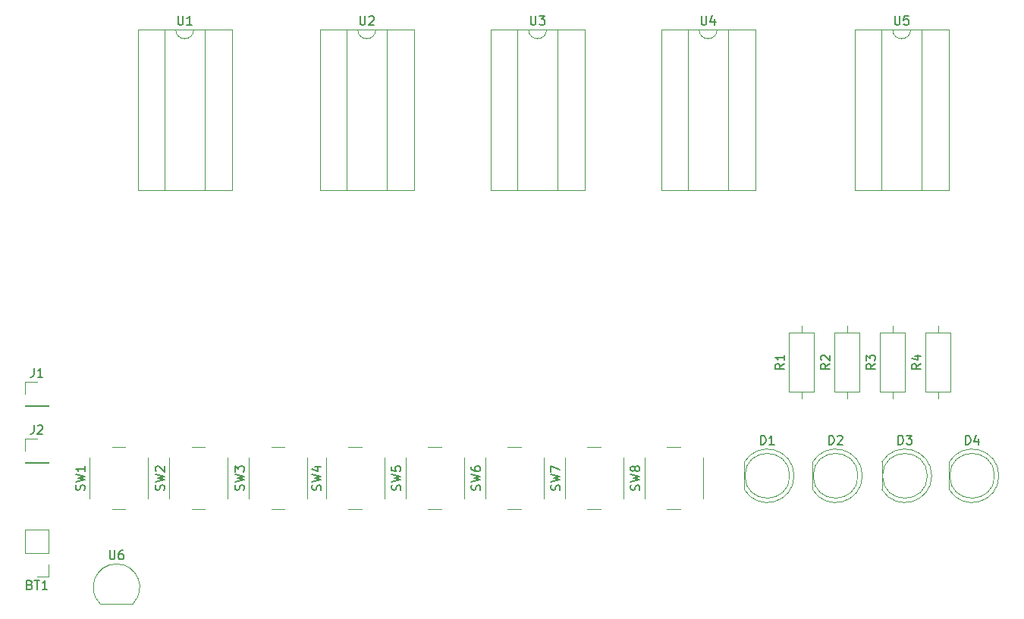
<source format=gbr>
%TF.GenerationSoftware,KiCad,Pcbnew,7.0.9*%
%TF.CreationDate,2023-12-29T15:51:13+11:00*%
%TF.ProjectId,cpu,6370752e-6b69-4636-9164-5f7063625858,rev?*%
%TF.SameCoordinates,Original*%
%TF.FileFunction,Legend,Top*%
%TF.FilePolarity,Positive*%
%FSLAX46Y46*%
G04 Gerber Fmt 4.6, Leading zero omitted, Abs format (unit mm)*
G04 Created by KiCad (PCBNEW 7.0.9) date 2023-12-29 15:51:13*
%MOMM*%
%LPD*%
G01*
G04 APERTURE LIST*
%ADD10C,0.150000*%
%ADD11C,0.120000*%
G04 APERTURE END LIST*
D10*
X164708819Y-127420666D02*
X164232628Y-127753999D01*
X164708819Y-127992094D02*
X163708819Y-127992094D01*
X163708819Y-127992094D02*
X163708819Y-127611142D01*
X163708819Y-127611142D02*
X163756438Y-127515904D01*
X163756438Y-127515904D02*
X163804057Y-127468285D01*
X163804057Y-127468285D02*
X163899295Y-127420666D01*
X163899295Y-127420666D02*
X164042152Y-127420666D01*
X164042152Y-127420666D02*
X164137390Y-127468285D01*
X164137390Y-127468285D02*
X164185009Y-127515904D01*
X164185009Y-127515904D02*
X164232628Y-127611142D01*
X164232628Y-127611142D02*
X164232628Y-127992094D01*
X163708819Y-127087332D02*
X163708819Y-126468285D01*
X163708819Y-126468285D02*
X164089771Y-126801618D01*
X164089771Y-126801618D02*
X164089771Y-126658761D01*
X164089771Y-126658761D02*
X164137390Y-126563523D01*
X164137390Y-126563523D02*
X164185009Y-126515904D01*
X164185009Y-126515904D02*
X164280247Y-126468285D01*
X164280247Y-126468285D02*
X164518342Y-126468285D01*
X164518342Y-126468285D02*
X164613580Y-126515904D01*
X164613580Y-126515904D02*
X164661200Y-126563523D01*
X164661200Y-126563523D02*
X164708819Y-126658761D01*
X164708819Y-126658761D02*
X164708819Y-126944475D01*
X164708819Y-126944475D02*
X164661200Y-127039713D01*
X164661200Y-127039713D02*
X164613580Y-127087332D01*
X138361200Y-141541332D02*
X138408819Y-141398475D01*
X138408819Y-141398475D02*
X138408819Y-141160380D01*
X138408819Y-141160380D02*
X138361200Y-141065142D01*
X138361200Y-141065142D02*
X138313580Y-141017523D01*
X138313580Y-141017523D02*
X138218342Y-140969904D01*
X138218342Y-140969904D02*
X138123104Y-140969904D01*
X138123104Y-140969904D02*
X138027866Y-141017523D01*
X138027866Y-141017523D02*
X137980247Y-141065142D01*
X137980247Y-141065142D02*
X137932628Y-141160380D01*
X137932628Y-141160380D02*
X137885009Y-141350856D01*
X137885009Y-141350856D02*
X137837390Y-141446094D01*
X137837390Y-141446094D02*
X137789771Y-141493713D01*
X137789771Y-141493713D02*
X137694533Y-141541332D01*
X137694533Y-141541332D02*
X137599295Y-141541332D01*
X137599295Y-141541332D02*
X137504057Y-141493713D01*
X137504057Y-141493713D02*
X137456438Y-141446094D01*
X137456438Y-141446094D02*
X137408819Y-141350856D01*
X137408819Y-141350856D02*
X137408819Y-141112761D01*
X137408819Y-141112761D02*
X137456438Y-140969904D01*
X137408819Y-140636570D02*
X138408819Y-140398475D01*
X138408819Y-140398475D02*
X137694533Y-140207999D01*
X137694533Y-140207999D02*
X138408819Y-140017523D01*
X138408819Y-140017523D02*
X137408819Y-139779428D01*
X137837390Y-139255618D02*
X137789771Y-139350856D01*
X137789771Y-139350856D02*
X137742152Y-139398475D01*
X137742152Y-139398475D02*
X137646914Y-139446094D01*
X137646914Y-139446094D02*
X137599295Y-139446094D01*
X137599295Y-139446094D02*
X137504057Y-139398475D01*
X137504057Y-139398475D02*
X137456438Y-139350856D01*
X137456438Y-139350856D02*
X137408819Y-139255618D01*
X137408819Y-139255618D02*
X137408819Y-139065142D01*
X137408819Y-139065142D02*
X137456438Y-138969904D01*
X137456438Y-138969904D02*
X137504057Y-138922285D01*
X137504057Y-138922285D02*
X137599295Y-138874666D01*
X137599295Y-138874666D02*
X137646914Y-138874666D01*
X137646914Y-138874666D02*
X137742152Y-138922285D01*
X137742152Y-138922285D02*
X137789771Y-138969904D01*
X137789771Y-138969904D02*
X137837390Y-139065142D01*
X137837390Y-139065142D02*
X137837390Y-139255618D01*
X137837390Y-139255618D02*
X137885009Y-139350856D01*
X137885009Y-139350856D02*
X137932628Y-139398475D01*
X137932628Y-139398475D02*
X138027866Y-139446094D01*
X138027866Y-139446094D02*
X138218342Y-139446094D01*
X138218342Y-139446094D02*
X138313580Y-139398475D01*
X138313580Y-139398475D02*
X138361200Y-139350856D01*
X138361200Y-139350856D02*
X138408819Y-139255618D01*
X138408819Y-139255618D02*
X138408819Y-139065142D01*
X138408819Y-139065142D02*
X138361200Y-138969904D01*
X138361200Y-138969904D02*
X138313580Y-138922285D01*
X138313580Y-138922285D02*
X138218342Y-138874666D01*
X138218342Y-138874666D02*
X138027866Y-138874666D01*
X138027866Y-138874666D02*
X137932628Y-138922285D01*
X137932628Y-138922285D02*
X137885009Y-138969904D01*
X137885009Y-138969904D02*
X137837390Y-139065142D01*
X129471200Y-141541332D02*
X129518819Y-141398475D01*
X129518819Y-141398475D02*
X129518819Y-141160380D01*
X129518819Y-141160380D02*
X129471200Y-141065142D01*
X129471200Y-141065142D02*
X129423580Y-141017523D01*
X129423580Y-141017523D02*
X129328342Y-140969904D01*
X129328342Y-140969904D02*
X129233104Y-140969904D01*
X129233104Y-140969904D02*
X129137866Y-141017523D01*
X129137866Y-141017523D02*
X129090247Y-141065142D01*
X129090247Y-141065142D02*
X129042628Y-141160380D01*
X129042628Y-141160380D02*
X128995009Y-141350856D01*
X128995009Y-141350856D02*
X128947390Y-141446094D01*
X128947390Y-141446094D02*
X128899771Y-141493713D01*
X128899771Y-141493713D02*
X128804533Y-141541332D01*
X128804533Y-141541332D02*
X128709295Y-141541332D01*
X128709295Y-141541332D02*
X128614057Y-141493713D01*
X128614057Y-141493713D02*
X128566438Y-141446094D01*
X128566438Y-141446094D02*
X128518819Y-141350856D01*
X128518819Y-141350856D02*
X128518819Y-141112761D01*
X128518819Y-141112761D02*
X128566438Y-140969904D01*
X128518819Y-140636570D02*
X129518819Y-140398475D01*
X129518819Y-140398475D02*
X128804533Y-140207999D01*
X128804533Y-140207999D02*
X129518819Y-140017523D01*
X129518819Y-140017523D02*
X128518819Y-139779428D01*
X128518819Y-139493713D02*
X128518819Y-138827047D01*
X128518819Y-138827047D02*
X129518819Y-139255618D01*
X120581200Y-141541332D02*
X120628819Y-141398475D01*
X120628819Y-141398475D02*
X120628819Y-141160380D01*
X120628819Y-141160380D02*
X120581200Y-141065142D01*
X120581200Y-141065142D02*
X120533580Y-141017523D01*
X120533580Y-141017523D02*
X120438342Y-140969904D01*
X120438342Y-140969904D02*
X120343104Y-140969904D01*
X120343104Y-140969904D02*
X120247866Y-141017523D01*
X120247866Y-141017523D02*
X120200247Y-141065142D01*
X120200247Y-141065142D02*
X120152628Y-141160380D01*
X120152628Y-141160380D02*
X120105009Y-141350856D01*
X120105009Y-141350856D02*
X120057390Y-141446094D01*
X120057390Y-141446094D02*
X120009771Y-141493713D01*
X120009771Y-141493713D02*
X119914533Y-141541332D01*
X119914533Y-141541332D02*
X119819295Y-141541332D01*
X119819295Y-141541332D02*
X119724057Y-141493713D01*
X119724057Y-141493713D02*
X119676438Y-141446094D01*
X119676438Y-141446094D02*
X119628819Y-141350856D01*
X119628819Y-141350856D02*
X119628819Y-141112761D01*
X119628819Y-141112761D02*
X119676438Y-140969904D01*
X119628819Y-140636570D02*
X120628819Y-140398475D01*
X120628819Y-140398475D02*
X119914533Y-140207999D01*
X119914533Y-140207999D02*
X120628819Y-140017523D01*
X120628819Y-140017523D02*
X119628819Y-139779428D01*
X119628819Y-138969904D02*
X119628819Y-139160380D01*
X119628819Y-139160380D02*
X119676438Y-139255618D01*
X119676438Y-139255618D02*
X119724057Y-139303237D01*
X119724057Y-139303237D02*
X119866914Y-139398475D01*
X119866914Y-139398475D02*
X120057390Y-139446094D01*
X120057390Y-139446094D02*
X120438342Y-139446094D01*
X120438342Y-139446094D02*
X120533580Y-139398475D01*
X120533580Y-139398475D02*
X120581200Y-139350856D01*
X120581200Y-139350856D02*
X120628819Y-139255618D01*
X120628819Y-139255618D02*
X120628819Y-139065142D01*
X120628819Y-139065142D02*
X120581200Y-138969904D01*
X120581200Y-138969904D02*
X120533580Y-138922285D01*
X120533580Y-138922285D02*
X120438342Y-138874666D01*
X120438342Y-138874666D02*
X120200247Y-138874666D01*
X120200247Y-138874666D02*
X120105009Y-138922285D01*
X120105009Y-138922285D02*
X120057390Y-138969904D01*
X120057390Y-138969904D02*
X120009771Y-139065142D01*
X120009771Y-139065142D02*
X120009771Y-139255618D01*
X120009771Y-139255618D02*
X120057390Y-139350856D01*
X120057390Y-139350856D02*
X120105009Y-139398475D01*
X120105009Y-139398475D02*
X120200247Y-139446094D01*
X111691200Y-141541332D02*
X111738819Y-141398475D01*
X111738819Y-141398475D02*
X111738819Y-141160380D01*
X111738819Y-141160380D02*
X111691200Y-141065142D01*
X111691200Y-141065142D02*
X111643580Y-141017523D01*
X111643580Y-141017523D02*
X111548342Y-140969904D01*
X111548342Y-140969904D02*
X111453104Y-140969904D01*
X111453104Y-140969904D02*
X111357866Y-141017523D01*
X111357866Y-141017523D02*
X111310247Y-141065142D01*
X111310247Y-141065142D02*
X111262628Y-141160380D01*
X111262628Y-141160380D02*
X111215009Y-141350856D01*
X111215009Y-141350856D02*
X111167390Y-141446094D01*
X111167390Y-141446094D02*
X111119771Y-141493713D01*
X111119771Y-141493713D02*
X111024533Y-141541332D01*
X111024533Y-141541332D02*
X110929295Y-141541332D01*
X110929295Y-141541332D02*
X110834057Y-141493713D01*
X110834057Y-141493713D02*
X110786438Y-141446094D01*
X110786438Y-141446094D02*
X110738819Y-141350856D01*
X110738819Y-141350856D02*
X110738819Y-141112761D01*
X110738819Y-141112761D02*
X110786438Y-140969904D01*
X110738819Y-140636570D02*
X111738819Y-140398475D01*
X111738819Y-140398475D02*
X111024533Y-140207999D01*
X111024533Y-140207999D02*
X111738819Y-140017523D01*
X111738819Y-140017523D02*
X110738819Y-139779428D01*
X110738819Y-138922285D02*
X110738819Y-139398475D01*
X110738819Y-139398475D02*
X111215009Y-139446094D01*
X111215009Y-139446094D02*
X111167390Y-139398475D01*
X111167390Y-139398475D02*
X111119771Y-139303237D01*
X111119771Y-139303237D02*
X111119771Y-139065142D01*
X111119771Y-139065142D02*
X111167390Y-138969904D01*
X111167390Y-138969904D02*
X111215009Y-138922285D01*
X111215009Y-138922285D02*
X111310247Y-138874666D01*
X111310247Y-138874666D02*
X111548342Y-138874666D01*
X111548342Y-138874666D02*
X111643580Y-138922285D01*
X111643580Y-138922285D02*
X111691200Y-138969904D01*
X111691200Y-138969904D02*
X111738819Y-139065142D01*
X111738819Y-139065142D02*
X111738819Y-139303237D01*
X111738819Y-139303237D02*
X111691200Y-139398475D01*
X111691200Y-139398475D02*
X111643580Y-139446094D01*
X102801200Y-141541332D02*
X102848819Y-141398475D01*
X102848819Y-141398475D02*
X102848819Y-141160380D01*
X102848819Y-141160380D02*
X102801200Y-141065142D01*
X102801200Y-141065142D02*
X102753580Y-141017523D01*
X102753580Y-141017523D02*
X102658342Y-140969904D01*
X102658342Y-140969904D02*
X102563104Y-140969904D01*
X102563104Y-140969904D02*
X102467866Y-141017523D01*
X102467866Y-141017523D02*
X102420247Y-141065142D01*
X102420247Y-141065142D02*
X102372628Y-141160380D01*
X102372628Y-141160380D02*
X102325009Y-141350856D01*
X102325009Y-141350856D02*
X102277390Y-141446094D01*
X102277390Y-141446094D02*
X102229771Y-141493713D01*
X102229771Y-141493713D02*
X102134533Y-141541332D01*
X102134533Y-141541332D02*
X102039295Y-141541332D01*
X102039295Y-141541332D02*
X101944057Y-141493713D01*
X101944057Y-141493713D02*
X101896438Y-141446094D01*
X101896438Y-141446094D02*
X101848819Y-141350856D01*
X101848819Y-141350856D02*
X101848819Y-141112761D01*
X101848819Y-141112761D02*
X101896438Y-140969904D01*
X101848819Y-140636570D02*
X102848819Y-140398475D01*
X102848819Y-140398475D02*
X102134533Y-140207999D01*
X102134533Y-140207999D02*
X102848819Y-140017523D01*
X102848819Y-140017523D02*
X101848819Y-139779428D01*
X102182152Y-138969904D02*
X102848819Y-138969904D01*
X101801200Y-139207999D02*
X102515485Y-139446094D01*
X102515485Y-139446094D02*
X102515485Y-138827047D01*
X94201200Y-141541332D02*
X94248819Y-141398475D01*
X94248819Y-141398475D02*
X94248819Y-141160380D01*
X94248819Y-141160380D02*
X94201200Y-141065142D01*
X94201200Y-141065142D02*
X94153580Y-141017523D01*
X94153580Y-141017523D02*
X94058342Y-140969904D01*
X94058342Y-140969904D02*
X93963104Y-140969904D01*
X93963104Y-140969904D02*
X93867866Y-141017523D01*
X93867866Y-141017523D02*
X93820247Y-141065142D01*
X93820247Y-141065142D02*
X93772628Y-141160380D01*
X93772628Y-141160380D02*
X93725009Y-141350856D01*
X93725009Y-141350856D02*
X93677390Y-141446094D01*
X93677390Y-141446094D02*
X93629771Y-141493713D01*
X93629771Y-141493713D02*
X93534533Y-141541332D01*
X93534533Y-141541332D02*
X93439295Y-141541332D01*
X93439295Y-141541332D02*
X93344057Y-141493713D01*
X93344057Y-141493713D02*
X93296438Y-141446094D01*
X93296438Y-141446094D02*
X93248819Y-141350856D01*
X93248819Y-141350856D02*
X93248819Y-141112761D01*
X93248819Y-141112761D02*
X93296438Y-140969904D01*
X93248819Y-140636570D02*
X94248819Y-140398475D01*
X94248819Y-140398475D02*
X93534533Y-140207999D01*
X93534533Y-140207999D02*
X94248819Y-140017523D01*
X94248819Y-140017523D02*
X93248819Y-139779428D01*
X93248819Y-139493713D02*
X93248819Y-138874666D01*
X93248819Y-138874666D02*
X93629771Y-139207999D01*
X93629771Y-139207999D02*
X93629771Y-139065142D01*
X93629771Y-139065142D02*
X93677390Y-138969904D01*
X93677390Y-138969904D02*
X93725009Y-138922285D01*
X93725009Y-138922285D02*
X93820247Y-138874666D01*
X93820247Y-138874666D02*
X94058342Y-138874666D01*
X94058342Y-138874666D02*
X94153580Y-138922285D01*
X94153580Y-138922285D02*
X94201200Y-138969904D01*
X94201200Y-138969904D02*
X94248819Y-139065142D01*
X94248819Y-139065142D02*
X94248819Y-139350856D01*
X94248819Y-139350856D02*
X94201200Y-139446094D01*
X94201200Y-139446094D02*
X94153580Y-139493713D01*
X85311200Y-141541332D02*
X85358819Y-141398475D01*
X85358819Y-141398475D02*
X85358819Y-141160380D01*
X85358819Y-141160380D02*
X85311200Y-141065142D01*
X85311200Y-141065142D02*
X85263580Y-141017523D01*
X85263580Y-141017523D02*
X85168342Y-140969904D01*
X85168342Y-140969904D02*
X85073104Y-140969904D01*
X85073104Y-140969904D02*
X84977866Y-141017523D01*
X84977866Y-141017523D02*
X84930247Y-141065142D01*
X84930247Y-141065142D02*
X84882628Y-141160380D01*
X84882628Y-141160380D02*
X84835009Y-141350856D01*
X84835009Y-141350856D02*
X84787390Y-141446094D01*
X84787390Y-141446094D02*
X84739771Y-141493713D01*
X84739771Y-141493713D02*
X84644533Y-141541332D01*
X84644533Y-141541332D02*
X84549295Y-141541332D01*
X84549295Y-141541332D02*
X84454057Y-141493713D01*
X84454057Y-141493713D02*
X84406438Y-141446094D01*
X84406438Y-141446094D02*
X84358819Y-141350856D01*
X84358819Y-141350856D02*
X84358819Y-141112761D01*
X84358819Y-141112761D02*
X84406438Y-140969904D01*
X84358819Y-140636570D02*
X85358819Y-140398475D01*
X85358819Y-140398475D02*
X84644533Y-140207999D01*
X84644533Y-140207999D02*
X85358819Y-140017523D01*
X85358819Y-140017523D02*
X84358819Y-139779428D01*
X84454057Y-139446094D02*
X84406438Y-139398475D01*
X84406438Y-139398475D02*
X84358819Y-139303237D01*
X84358819Y-139303237D02*
X84358819Y-139065142D01*
X84358819Y-139065142D02*
X84406438Y-138969904D01*
X84406438Y-138969904D02*
X84454057Y-138922285D01*
X84454057Y-138922285D02*
X84549295Y-138874666D01*
X84549295Y-138874666D02*
X84644533Y-138874666D01*
X84644533Y-138874666D02*
X84787390Y-138922285D01*
X84787390Y-138922285D02*
X85358819Y-139493713D01*
X85358819Y-139493713D02*
X85358819Y-138874666D01*
X76421200Y-141541332D02*
X76468819Y-141398475D01*
X76468819Y-141398475D02*
X76468819Y-141160380D01*
X76468819Y-141160380D02*
X76421200Y-141065142D01*
X76421200Y-141065142D02*
X76373580Y-141017523D01*
X76373580Y-141017523D02*
X76278342Y-140969904D01*
X76278342Y-140969904D02*
X76183104Y-140969904D01*
X76183104Y-140969904D02*
X76087866Y-141017523D01*
X76087866Y-141017523D02*
X76040247Y-141065142D01*
X76040247Y-141065142D02*
X75992628Y-141160380D01*
X75992628Y-141160380D02*
X75945009Y-141350856D01*
X75945009Y-141350856D02*
X75897390Y-141446094D01*
X75897390Y-141446094D02*
X75849771Y-141493713D01*
X75849771Y-141493713D02*
X75754533Y-141541332D01*
X75754533Y-141541332D02*
X75659295Y-141541332D01*
X75659295Y-141541332D02*
X75564057Y-141493713D01*
X75564057Y-141493713D02*
X75516438Y-141446094D01*
X75516438Y-141446094D02*
X75468819Y-141350856D01*
X75468819Y-141350856D02*
X75468819Y-141112761D01*
X75468819Y-141112761D02*
X75516438Y-140969904D01*
X75468819Y-140636570D02*
X76468819Y-140398475D01*
X76468819Y-140398475D02*
X75754533Y-140207999D01*
X75754533Y-140207999D02*
X76468819Y-140017523D01*
X76468819Y-140017523D02*
X75468819Y-139779428D01*
X76468819Y-138874666D02*
X76468819Y-139446094D01*
X76468819Y-139160380D02*
X75468819Y-139160380D01*
X75468819Y-139160380D02*
X75611676Y-139255618D01*
X75611676Y-139255618D02*
X75706914Y-139350856D01*
X75706914Y-139350856D02*
X75754533Y-139446094D01*
X159535905Y-136448819D02*
X159535905Y-135448819D01*
X159535905Y-135448819D02*
X159774000Y-135448819D01*
X159774000Y-135448819D02*
X159916857Y-135496438D01*
X159916857Y-135496438D02*
X160012095Y-135591676D01*
X160012095Y-135591676D02*
X160059714Y-135686914D01*
X160059714Y-135686914D02*
X160107333Y-135877390D01*
X160107333Y-135877390D02*
X160107333Y-136020247D01*
X160107333Y-136020247D02*
X160059714Y-136210723D01*
X160059714Y-136210723D02*
X160012095Y-136305961D01*
X160012095Y-136305961D02*
X159916857Y-136401200D01*
X159916857Y-136401200D02*
X159774000Y-136448819D01*
X159774000Y-136448819D02*
X159535905Y-136448819D01*
X160488286Y-135544057D02*
X160535905Y-135496438D01*
X160535905Y-135496438D02*
X160631143Y-135448819D01*
X160631143Y-135448819D02*
X160869238Y-135448819D01*
X160869238Y-135448819D02*
X160964476Y-135496438D01*
X160964476Y-135496438D02*
X161012095Y-135544057D01*
X161012095Y-135544057D02*
X161059714Y-135639295D01*
X161059714Y-135639295D02*
X161059714Y-135734533D01*
X161059714Y-135734533D02*
X161012095Y-135877390D01*
X161012095Y-135877390D02*
X160440667Y-136448819D01*
X160440667Y-136448819D02*
X161059714Y-136448819D01*
X145288095Y-88564819D02*
X145288095Y-89374342D01*
X145288095Y-89374342D02*
X145335714Y-89469580D01*
X145335714Y-89469580D02*
X145383333Y-89517200D01*
X145383333Y-89517200D02*
X145478571Y-89564819D01*
X145478571Y-89564819D02*
X145669047Y-89564819D01*
X145669047Y-89564819D02*
X145764285Y-89517200D01*
X145764285Y-89517200D02*
X145811904Y-89469580D01*
X145811904Y-89469580D02*
X145859523Y-89374342D01*
X145859523Y-89374342D02*
X145859523Y-88564819D01*
X146764285Y-88898152D02*
X146764285Y-89564819D01*
X146526190Y-88517200D02*
X146288095Y-89231485D01*
X146288095Y-89231485D02*
X146907142Y-89231485D01*
X70786666Y-134284819D02*
X70786666Y-134999104D01*
X70786666Y-134999104D02*
X70739047Y-135141961D01*
X70739047Y-135141961D02*
X70643809Y-135237200D01*
X70643809Y-135237200D02*
X70500952Y-135284819D01*
X70500952Y-135284819D02*
X70405714Y-135284819D01*
X71215238Y-134380057D02*
X71262857Y-134332438D01*
X71262857Y-134332438D02*
X71358095Y-134284819D01*
X71358095Y-134284819D02*
X71596190Y-134284819D01*
X71596190Y-134284819D02*
X71691428Y-134332438D01*
X71691428Y-134332438D02*
X71739047Y-134380057D01*
X71739047Y-134380057D02*
X71786666Y-134475295D01*
X71786666Y-134475295D02*
X71786666Y-134570533D01*
X71786666Y-134570533D02*
X71739047Y-134713390D01*
X71739047Y-134713390D02*
X71167619Y-135284819D01*
X71167619Y-135284819D02*
X71786666Y-135284819D01*
X166888095Y-88559819D02*
X166888095Y-89369342D01*
X166888095Y-89369342D02*
X166935714Y-89464580D01*
X166935714Y-89464580D02*
X166983333Y-89512200D01*
X166983333Y-89512200D02*
X167078571Y-89559819D01*
X167078571Y-89559819D02*
X167269047Y-89559819D01*
X167269047Y-89559819D02*
X167364285Y-89512200D01*
X167364285Y-89512200D02*
X167411904Y-89464580D01*
X167411904Y-89464580D02*
X167459523Y-89369342D01*
X167459523Y-89369342D02*
X167459523Y-88559819D01*
X168411904Y-88559819D02*
X167935714Y-88559819D01*
X167935714Y-88559819D02*
X167888095Y-89036009D01*
X167888095Y-89036009D02*
X167935714Y-88988390D01*
X167935714Y-88988390D02*
X168030952Y-88940771D01*
X168030952Y-88940771D02*
X168269047Y-88940771D01*
X168269047Y-88940771D02*
X168364285Y-88988390D01*
X168364285Y-88988390D02*
X168411904Y-89036009D01*
X168411904Y-89036009D02*
X168459523Y-89131247D01*
X168459523Y-89131247D02*
X168459523Y-89369342D01*
X168459523Y-89369342D02*
X168411904Y-89464580D01*
X168411904Y-89464580D02*
X168364285Y-89512200D01*
X168364285Y-89512200D02*
X168269047Y-89559819D01*
X168269047Y-89559819D02*
X168030952Y-89559819D01*
X168030952Y-89559819D02*
X167935714Y-89512200D01*
X167935714Y-89512200D02*
X167888095Y-89464580D01*
X151915905Y-136448819D02*
X151915905Y-135448819D01*
X151915905Y-135448819D02*
X152154000Y-135448819D01*
X152154000Y-135448819D02*
X152296857Y-135496438D01*
X152296857Y-135496438D02*
X152392095Y-135591676D01*
X152392095Y-135591676D02*
X152439714Y-135686914D01*
X152439714Y-135686914D02*
X152487333Y-135877390D01*
X152487333Y-135877390D02*
X152487333Y-136020247D01*
X152487333Y-136020247D02*
X152439714Y-136210723D01*
X152439714Y-136210723D02*
X152392095Y-136305961D01*
X152392095Y-136305961D02*
X152296857Y-136401200D01*
X152296857Y-136401200D02*
X152154000Y-136448819D01*
X152154000Y-136448819D02*
X151915905Y-136448819D01*
X153439714Y-136448819D02*
X152868286Y-136448819D01*
X153154000Y-136448819D02*
X153154000Y-135448819D01*
X153154000Y-135448819D02*
X153058762Y-135591676D01*
X153058762Y-135591676D02*
X152963524Y-135686914D01*
X152963524Y-135686914D02*
X152868286Y-135734533D01*
X70334285Y-152121009D02*
X70477142Y-152168628D01*
X70477142Y-152168628D02*
X70524761Y-152216247D01*
X70524761Y-152216247D02*
X70572380Y-152311485D01*
X70572380Y-152311485D02*
X70572380Y-152454342D01*
X70572380Y-152454342D02*
X70524761Y-152549580D01*
X70524761Y-152549580D02*
X70477142Y-152597200D01*
X70477142Y-152597200D02*
X70381904Y-152644819D01*
X70381904Y-152644819D02*
X70000952Y-152644819D01*
X70000952Y-152644819D02*
X70000952Y-151644819D01*
X70000952Y-151644819D02*
X70334285Y-151644819D01*
X70334285Y-151644819D02*
X70429523Y-151692438D01*
X70429523Y-151692438D02*
X70477142Y-151740057D01*
X70477142Y-151740057D02*
X70524761Y-151835295D01*
X70524761Y-151835295D02*
X70524761Y-151930533D01*
X70524761Y-151930533D02*
X70477142Y-152025771D01*
X70477142Y-152025771D02*
X70429523Y-152073390D01*
X70429523Y-152073390D02*
X70334285Y-152121009D01*
X70334285Y-152121009D02*
X70000952Y-152121009D01*
X70858095Y-151644819D02*
X71429523Y-151644819D01*
X71143809Y-152644819D02*
X71143809Y-151644819D01*
X72286666Y-152644819D02*
X71715238Y-152644819D01*
X72000952Y-152644819D02*
X72000952Y-151644819D01*
X72000952Y-151644819D02*
X71905714Y-151787676D01*
X71905714Y-151787676D02*
X71810476Y-151882914D01*
X71810476Y-151882914D02*
X71715238Y-151930533D01*
X154548819Y-127420666D02*
X154072628Y-127753999D01*
X154548819Y-127992094D02*
X153548819Y-127992094D01*
X153548819Y-127992094D02*
X153548819Y-127611142D01*
X153548819Y-127611142D02*
X153596438Y-127515904D01*
X153596438Y-127515904D02*
X153644057Y-127468285D01*
X153644057Y-127468285D02*
X153739295Y-127420666D01*
X153739295Y-127420666D02*
X153882152Y-127420666D01*
X153882152Y-127420666D02*
X153977390Y-127468285D01*
X153977390Y-127468285D02*
X154025009Y-127515904D01*
X154025009Y-127515904D02*
X154072628Y-127611142D01*
X154072628Y-127611142D02*
X154072628Y-127992094D01*
X154548819Y-126468285D02*
X154548819Y-127039713D01*
X154548819Y-126753999D02*
X153548819Y-126753999D01*
X153548819Y-126753999D02*
X153691676Y-126849237D01*
X153691676Y-126849237D02*
X153786914Y-126944475D01*
X153786914Y-126944475D02*
X153834533Y-127039713D01*
X79248095Y-148294819D02*
X79248095Y-149104342D01*
X79248095Y-149104342D02*
X79295714Y-149199580D01*
X79295714Y-149199580D02*
X79343333Y-149247200D01*
X79343333Y-149247200D02*
X79438571Y-149294819D01*
X79438571Y-149294819D02*
X79629047Y-149294819D01*
X79629047Y-149294819D02*
X79724285Y-149247200D01*
X79724285Y-149247200D02*
X79771904Y-149199580D01*
X79771904Y-149199580D02*
X79819523Y-149104342D01*
X79819523Y-149104342D02*
X79819523Y-148294819D01*
X80724285Y-148294819D02*
X80533809Y-148294819D01*
X80533809Y-148294819D02*
X80438571Y-148342438D01*
X80438571Y-148342438D02*
X80390952Y-148390057D01*
X80390952Y-148390057D02*
X80295714Y-148532914D01*
X80295714Y-148532914D02*
X80248095Y-148723390D01*
X80248095Y-148723390D02*
X80248095Y-149104342D01*
X80248095Y-149104342D02*
X80295714Y-149199580D01*
X80295714Y-149199580D02*
X80343333Y-149247200D01*
X80343333Y-149247200D02*
X80438571Y-149294819D01*
X80438571Y-149294819D02*
X80629047Y-149294819D01*
X80629047Y-149294819D02*
X80724285Y-149247200D01*
X80724285Y-149247200D02*
X80771904Y-149199580D01*
X80771904Y-149199580D02*
X80819523Y-149104342D01*
X80819523Y-149104342D02*
X80819523Y-148866247D01*
X80819523Y-148866247D02*
X80771904Y-148771009D01*
X80771904Y-148771009D02*
X80724285Y-148723390D01*
X80724285Y-148723390D02*
X80629047Y-148675771D01*
X80629047Y-148675771D02*
X80438571Y-148675771D01*
X80438571Y-148675771D02*
X80343333Y-148723390D01*
X80343333Y-148723390D02*
X80295714Y-148771009D01*
X80295714Y-148771009D02*
X80248095Y-148866247D01*
X70786666Y-127934819D02*
X70786666Y-128649104D01*
X70786666Y-128649104D02*
X70739047Y-128791961D01*
X70739047Y-128791961D02*
X70643809Y-128887200D01*
X70643809Y-128887200D02*
X70500952Y-128934819D01*
X70500952Y-128934819D02*
X70405714Y-128934819D01*
X71786666Y-128934819D02*
X71215238Y-128934819D01*
X71500952Y-128934819D02*
X71500952Y-127934819D01*
X71500952Y-127934819D02*
X71405714Y-128077676D01*
X71405714Y-128077676D02*
X71310476Y-128172914D01*
X71310476Y-128172914D02*
X71215238Y-128220533D01*
X86868095Y-88564819D02*
X86868095Y-89374342D01*
X86868095Y-89374342D02*
X86915714Y-89469580D01*
X86915714Y-89469580D02*
X86963333Y-89517200D01*
X86963333Y-89517200D02*
X87058571Y-89564819D01*
X87058571Y-89564819D02*
X87249047Y-89564819D01*
X87249047Y-89564819D02*
X87344285Y-89517200D01*
X87344285Y-89517200D02*
X87391904Y-89469580D01*
X87391904Y-89469580D02*
X87439523Y-89374342D01*
X87439523Y-89374342D02*
X87439523Y-88564819D01*
X88439523Y-89564819D02*
X87868095Y-89564819D01*
X88153809Y-89564819D02*
X88153809Y-88564819D01*
X88153809Y-88564819D02*
X88058571Y-88707676D01*
X88058571Y-88707676D02*
X87963333Y-88802914D01*
X87963333Y-88802914D02*
X87868095Y-88850533D01*
X174775905Y-136448819D02*
X174775905Y-135448819D01*
X174775905Y-135448819D02*
X175014000Y-135448819D01*
X175014000Y-135448819D02*
X175156857Y-135496438D01*
X175156857Y-135496438D02*
X175252095Y-135591676D01*
X175252095Y-135591676D02*
X175299714Y-135686914D01*
X175299714Y-135686914D02*
X175347333Y-135877390D01*
X175347333Y-135877390D02*
X175347333Y-136020247D01*
X175347333Y-136020247D02*
X175299714Y-136210723D01*
X175299714Y-136210723D02*
X175252095Y-136305961D01*
X175252095Y-136305961D02*
X175156857Y-136401200D01*
X175156857Y-136401200D02*
X175014000Y-136448819D01*
X175014000Y-136448819D02*
X174775905Y-136448819D01*
X176204476Y-135782152D02*
X176204476Y-136448819D01*
X175966381Y-135401200D02*
X175728286Y-136115485D01*
X175728286Y-136115485D02*
X176347333Y-136115485D01*
X107188095Y-88564819D02*
X107188095Y-89374342D01*
X107188095Y-89374342D02*
X107235714Y-89469580D01*
X107235714Y-89469580D02*
X107283333Y-89517200D01*
X107283333Y-89517200D02*
X107378571Y-89564819D01*
X107378571Y-89564819D02*
X107569047Y-89564819D01*
X107569047Y-89564819D02*
X107664285Y-89517200D01*
X107664285Y-89517200D02*
X107711904Y-89469580D01*
X107711904Y-89469580D02*
X107759523Y-89374342D01*
X107759523Y-89374342D02*
X107759523Y-88564819D01*
X108188095Y-88660057D02*
X108235714Y-88612438D01*
X108235714Y-88612438D02*
X108330952Y-88564819D01*
X108330952Y-88564819D02*
X108569047Y-88564819D01*
X108569047Y-88564819D02*
X108664285Y-88612438D01*
X108664285Y-88612438D02*
X108711904Y-88660057D01*
X108711904Y-88660057D02*
X108759523Y-88755295D01*
X108759523Y-88755295D02*
X108759523Y-88850533D01*
X108759523Y-88850533D02*
X108711904Y-88993390D01*
X108711904Y-88993390D02*
X108140476Y-89564819D01*
X108140476Y-89564819D02*
X108759523Y-89564819D01*
X126248095Y-88559819D02*
X126248095Y-89369342D01*
X126248095Y-89369342D02*
X126295714Y-89464580D01*
X126295714Y-89464580D02*
X126343333Y-89512200D01*
X126343333Y-89512200D02*
X126438571Y-89559819D01*
X126438571Y-89559819D02*
X126629047Y-89559819D01*
X126629047Y-89559819D02*
X126724285Y-89512200D01*
X126724285Y-89512200D02*
X126771904Y-89464580D01*
X126771904Y-89464580D02*
X126819523Y-89369342D01*
X126819523Y-89369342D02*
X126819523Y-88559819D01*
X127200476Y-88559819D02*
X127819523Y-88559819D01*
X127819523Y-88559819D02*
X127486190Y-88940771D01*
X127486190Y-88940771D02*
X127629047Y-88940771D01*
X127629047Y-88940771D02*
X127724285Y-88988390D01*
X127724285Y-88988390D02*
X127771904Y-89036009D01*
X127771904Y-89036009D02*
X127819523Y-89131247D01*
X127819523Y-89131247D02*
X127819523Y-89369342D01*
X127819523Y-89369342D02*
X127771904Y-89464580D01*
X127771904Y-89464580D02*
X127724285Y-89512200D01*
X127724285Y-89512200D02*
X127629047Y-89559819D01*
X127629047Y-89559819D02*
X127343333Y-89559819D01*
X127343333Y-89559819D02*
X127248095Y-89512200D01*
X127248095Y-89512200D02*
X127200476Y-89464580D01*
X169788819Y-127420666D02*
X169312628Y-127753999D01*
X169788819Y-127992094D02*
X168788819Y-127992094D01*
X168788819Y-127992094D02*
X168788819Y-127611142D01*
X168788819Y-127611142D02*
X168836438Y-127515904D01*
X168836438Y-127515904D02*
X168884057Y-127468285D01*
X168884057Y-127468285D02*
X168979295Y-127420666D01*
X168979295Y-127420666D02*
X169122152Y-127420666D01*
X169122152Y-127420666D02*
X169217390Y-127468285D01*
X169217390Y-127468285D02*
X169265009Y-127515904D01*
X169265009Y-127515904D02*
X169312628Y-127611142D01*
X169312628Y-127611142D02*
X169312628Y-127992094D01*
X169122152Y-126563523D02*
X169788819Y-126563523D01*
X168741200Y-126801618D02*
X169455485Y-127039713D01*
X169455485Y-127039713D02*
X169455485Y-126420666D01*
X167275905Y-136448819D02*
X167275905Y-135448819D01*
X167275905Y-135448819D02*
X167514000Y-135448819D01*
X167514000Y-135448819D02*
X167656857Y-135496438D01*
X167656857Y-135496438D02*
X167752095Y-135591676D01*
X167752095Y-135591676D02*
X167799714Y-135686914D01*
X167799714Y-135686914D02*
X167847333Y-135877390D01*
X167847333Y-135877390D02*
X167847333Y-136020247D01*
X167847333Y-136020247D02*
X167799714Y-136210723D01*
X167799714Y-136210723D02*
X167752095Y-136305961D01*
X167752095Y-136305961D02*
X167656857Y-136401200D01*
X167656857Y-136401200D02*
X167514000Y-136448819D01*
X167514000Y-136448819D02*
X167275905Y-136448819D01*
X168180667Y-135448819D02*
X168799714Y-135448819D01*
X168799714Y-135448819D02*
X168466381Y-135829771D01*
X168466381Y-135829771D02*
X168609238Y-135829771D01*
X168609238Y-135829771D02*
X168704476Y-135877390D01*
X168704476Y-135877390D02*
X168752095Y-135925009D01*
X168752095Y-135925009D02*
X168799714Y-136020247D01*
X168799714Y-136020247D02*
X168799714Y-136258342D01*
X168799714Y-136258342D02*
X168752095Y-136353580D01*
X168752095Y-136353580D02*
X168704476Y-136401200D01*
X168704476Y-136401200D02*
X168609238Y-136448819D01*
X168609238Y-136448819D02*
X168323524Y-136448819D01*
X168323524Y-136448819D02*
X168228286Y-136401200D01*
X168228286Y-136401200D02*
X168180667Y-136353580D01*
X159628819Y-127420666D02*
X159152628Y-127753999D01*
X159628819Y-127992094D02*
X158628819Y-127992094D01*
X158628819Y-127992094D02*
X158628819Y-127611142D01*
X158628819Y-127611142D02*
X158676438Y-127515904D01*
X158676438Y-127515904D02*
X158724057Y-127468285D01*
X158724057Y-127468285D02*
X158819295Y-127420666D01*
X158819295Y-127420666D02*
X158962152Y-127420666D01*
X158962152Y-127420666D02*
X159057390Y-127468285D01*
X159057390Y-127468285D02*
X159105009Y-127515904D01*
X159105009Y-127515904D02*
X159152628Y-127611142D01*
X159152628Y-127611142D02*
X159152628Y-127992094D01*
X158724057Y-127039713D02*
X158676438Y-126992094D01*
X158676438Y-126992094D02*
X158628819Y-126896856D01*
X158628819Y-126896856D02*
X158628819Y-126658761D01*
X158628819Y-126658761D02*
X158676438Y-126563523D01*
X158676438Y-126563523D02*
X158724057Y-126515904D01*
X158724057Y-126515904D02*
X158819295Y-126468285D01*
X158819295Y-126468285D02*
X158914533Y-126468285D01*
X158914533Y-126468285D02*
X159057390Y-126515904D01*
X159057390Y-126515904D02*
X159628819Y-127087332D01*
X159628819Y-127087332D02*
X159628819Y-126468285D01*
D11*
%TO.C,R3*%
X166624000Y-131294000D02*
X166624000Y-130524000D01*
X165254000Y-130524000D02*
X167994000Y-130524000D01*
X167994000Y-130524000D02*
X167994000Y-123984000D01*
X165254000Y-123984000D02*
X165254000Y-130524000D01*
X167994000Y-123984000D02*
X165254000Y-123984000D01*
X166624000Y-123214000D02*
X166624000Y-123984000D01*
%TO.C,SW8*%
X145454000Y-142458000D02*
X145454000Y-137958000D01*
X141454000Y-143708000D02*
X142954000Y-143708000D01*
X138954000Y-137958000D02*
X138954000Y-142458000D01*
X142954000Y-136708000D02*
X141454000Y-136708000D01*
%TO.C,SW7*%
X136564000Y-142458000D02*
X136564000Y-137958000D01*
X132564000Y-143708000D02*
X134064000Y-143708000D01*
X130064000Y-137958000D02*
X130064000Y-142458000D01*
X134064000Y-136708000D02*
X132564000Y-136708000D01*
%TO.C,SW6*%
X125174000Y-136708000D02*
X123674000Y-136708000D01*
X121174000Y-137958000D02*
X121174000Y-142458000D01*
X123674000Y-143708000D02*
X125174000Y-143708000D01*
X127674000Y-142458000D02*
X127674000Y-137958000D01*
%TO.C,SW5*%
X118784000Y-142458000D02*
X118784000Y-137958000D01*
X114784000Y-143708000D02*
X116284000Y-143708000D01*
X112284000Y-137958000D02*
X112284000Y-142458000D01*
X116284000Y-136708000D02*
X114784000Y-136708000D01*
%TO.C,SW4*%
X107394000Y-136708000D02*
X105894000Y-136708000D01*
X103394000Y-137958000D02*
X103394000Y-142458000D01*
X105894000Y-143708000D02*
X107394000Y-143708000D01*
X109894000Y-142458000D02*
X109894000Y-137958000D01*
%TO.C,SW3*%
X98794000Y-136708000D02*
X97294000Y-136708000D01*
X94794000Y-137958000D02*
X94794000Y-142458000D01*
X97294000Y-143708000D02*
X98794000Y-143708000D01*
X101294000Y-142458000D02*
X101294000Y-137958000D01*
%TO.C,SW2*%
X89904000Y-136708000D02*
X88404000Y-136708000D01*
X85904000Y-137958000D02*
X85904000Y-142458000D01*
X88404000Y-143708000D02*
X89904000Y-143708000D01*
X92404000Y-142458000D02*
X92404000Y-137958000D01*
%TO.C,SW1*%
X81014000Y-136708000D02*
X79514000Y-136708000D01*
X77014000Y-137958000D02*
X77014000Y-142458000D01*
X79514000Y-143708000D02*
X81014000Y-143708000D01*
X83514000Y-142458000D02*
X83514000Y-137958000D01*
%TO.C,D2*%
X157714000Y-138409000D02*
X157714000Y-141499000D01*
X163263999Y-139954462D02*
G75*
G03*
X157714001Y-138409170I-2989999J462D01*
G01*
X157714000Y-141498830D02*
G75*
G03*
X163264000Y-139953538I2560000J1544830D01*
G01*
X162774000Y-139954000D02*
G75*
G03*
X162774000Y-139954000I-2500000J0D01*
G01*
%TO.C,U4*%
X140800000Y-90050000D02*
X140800000Y-108070000D01*
X140800000Y-108070000D02*
X151300000Y-108070000D01*
X143800000Y-90110000D02*
X143800000Y-108010000D01*
X143800000Y-108010000D02*
X148300000Y-108010000D01*
X145050000Y-90110000D02*
X143800000Y-90110000D01*
X148300000Y-90110000D02*
X147050000Y-90110000D01*
X148300000Y-108010000D02*
X148300000Y-90110000D01*
X151300000Y-90050000D02*
X140800000Y-90050000D01*
X151300000Y-108070000D02*
X151300000Y-90050000D01*
X145050000Y-90110000D02*
G75*
G03*
X147050000Y-90110000I1000000J0D01*
G01*
%TO.C,J2*%
X72450000Y-138430000D02*
X72450000Y-138490000D01*
X69790000Y-138490000D02*
X72450000Y-138490000D01*
X69790000Y-138430000D02*
X72450000Y-138430000D01*
X69790000Y-138430000D02*
X69790000Y-138490000D01*
X69790000Y-137160000D02*
X69790000Y-135830000D01*
X69790000Y-135830000D02*
X71120000Y-135830000D01*
%TO.C,U5*%
X162400000Y-90045000D02*
X162400000Y-108065000D01*
X162400000Y-108065000D02*
X172900000Y-108065000D01*
X165400000Y-90105000D02*
X165400000Y-108005000D01*
X165400000Y-108005000D02*
X169900000Y-108005000D01*
X166650000Y-90105000D02*
X165400000Y-90105000D01*
X169900000Y-90105000D02*
X168650000Y-90105000D01*
X169900000Y-108005000D02*
X169900000Y-90105000D01*
X172900000Y-90045000D02*
X162400000Y-90045000D01*
X172900000Y-108065000D02*
X172900000Y-90045000D01*
X166650000Y-90105000D02*
G75*
G03*
X168650000Y-90105000I1000000J0D01*
G01*
%TO.C,D1*%
X150094000Y-138409000D02*
X150094000Y-141499000D01*
X155643999Y-139954462D02*
G75*
G03*
X150094001Y-138409170I-2989999J462D01*
G01*
X150094000Y-141498830D02*
G75*
G03*
X155644000Y-139953538I2560000J1544830D01*
G01*
X155154000Y-139954000D02*
G75*
G03*
X155154000Y-139954000I-2500000J0D01*
G01*
%TO.C,BT1*%
X72450000Y-151190000D02*
X71120000Y-151190000D01*
X72450000Y-149860000D02*
X72450000Y-151190000D01*
X72450000Y-148590000D02*
X72450000Y-145990000D01*
X72450000Y-148590000D02*
X69790000Y-148590000D01*
X72450000Y-145990000D02*
X69790000Y-145990000D01*
X69790000Y-148590000D02*
X69790000Y-145990000D01*
%TO.C,R1*%
X156464000Y-131294000D02*
X156464000Y-130524000D01*
X155094000Y-130524000D02*
X157834000Y-130524000D01*
X157834000Y-130524000D02*
X157834000Y-123984000D01*
X155094000Y-123984000D02*
X155094000Y-130524000D01*
X157834000Y-123984000D02*
X155094000Y-123984000D01*
X156464000Y-123214000D02*
X156464000Y-123984000D01*
%TO.C,U6*%
X78210000Y-154250000D02*
X81810000Y-154250000D01*
X80010000Y-149800000D02*
G75*
G03*
X78171522Y-154238478I0J-2600000D01*
G01*
X81848478Y-154238478D02*
G75*
G03*
X80010000Y-149800000I-1838478J1838478D01*
G01*
%TO.C,J1*%
X69790000Y-129480000D02*
X71120000Y-129480000D01*
X69790000Y-130810000D02*
X69790000Y-129480000D01*
X69790000Y-132080000D02*
X69790000Y-132140000D01*
X69790000Y-132080000D02*
X72450000Y-132080000D01*
X69790000Y-132140000D02*
X72450000Y-132140000D01*
X72450000Y-132080000D02*
X72450000Y-132140000D01*
%TO.C,U1*%
X82380000Y-90050000D02*
X82380000Y-108070000D01*
X82380000Y-108070000D02*
X92880000Y-108070000D01*
X85380000Y-90110000D02*
X85380000Y-108010000D01*
X85380000Y-108010000D02*
X89880000Y-108010000D01*
X86630000Y-90110000D02*
X85380000Y-90110000D01*
X89880000Y-90110000D02*
X88630000Y-90110000D01*
X89880000Y-108010000D02*
X89880000Y-90110000D01*
X92880000Y-90050000D02*
X82380000Y-90050000D01*
X92880000Y-108070000D02*
X92880000Y-90050000D01*
X86630000Y-90110000D02*
G75*
G03*
X88630000Y-90110000I1000000J0D01*
G01*
%TO.C,D4*%
X172954000Y-138409000D02*
X172954000Y-141499000D01*
X178503999Y-139954462D02*
G75*
G03*
X172954001Y-138409170I-2989999J462D01*
G01*
X172954000Y-141498830D02*
G75*
G03*
X178504000Y-139953538I2560000J1544830D01*
G01*
X178014000Y-139954000D02*
G75*
G03*
X178014000Y-139954000I-2500000J0D01*
G01*
%TO.C,U2*%
X102700000Y-90050000D02*
X102700000Y-108070000D01*
X102700000Y-108070000D02*
X113200000Y-108070000D01*
X105700000Y-90110000D02*
X105700000Y-108010000D01*
X105700000Y-108010000D02*
X110200000Y-108010000D01*
X106950000Y-90110000D02*
X105700000Y-90110000D01*
X110200000Y-90110000D02*
X108950000Y-90110000D01*
X110200000Y-108010000D02*
X110200000Y-90110000D01*
X113200000Y-90050000D02*
X102700000Y-90050000D01*
X113200000Y-108070000D02*
X113200000Y-90050000D01*
X106950000Y-90110000D02*
G75*
G03*
X108950000Y-90110000I1000000J0D01*
G01*
%TO.C,U3*%
X121760000Y-90045000D02*
X121760000Y-108065000D01*
X121760000Y-108065000D02*
X132260000Y-108065000D01*
X124760000Y-90105000D02*
X124760000Y-108005000D01*
X124760000Y-108005000D02*
X129260000Y-108005000D01*
X126010000Y-90105000D02*
X124760000Y-90105000D01*
X129260000Y-90105000D02*
X128010000Y-90105000D01*
X129260000Y-108005000D02*
X129260000Y-90105000D01*
X132260000Y-90045000D02*
X121760000Y-90045000D01*
X132260000Y-108065000D02*
X132260000Y-90045000D01*
X126010000Y-90105000D02*
G75*
G03*
X128010000Y-90105000I1000000J0D01*
G01*
%TO.C,R4*%
X171704000Y-131294000D02*
X171704000Y-130524000D01*
X170334000Y-130524000D02*
X173074000Y-130524000D01*
X173074000Y-130524000D02*
X173074000Y-123984000D01*
X170334000Y-123984000D02*
X170334000Y-130524000D01*
X173074000Y-123984000D02*
X170334000Y-123984000D01*
X171704000Y-123214000D02*
X171704000Y-123984000D01*
%TO.C,D3*%
X165454000Y-138409000D02*
X165454000Y-141499000D01*
X171003999Y-139954462D02*
G75*
G03*
X165454001Y-138409170I-2989999J462D01*
G01*
X165454000Y-141498830D02*
G75*
G03*
X171004000Y-139953538I2560000J1544830D01*
G01*
X170514000Y-139954000D02*
G75*
G03*
X170514000Y-139954000I-2500000J0D01*
G01*
%TO.C,R2*%
X161544000Y-131294000D02*
X161544000Y-130524000D01*
X160174000Y-130524000D02*
X162914000Y-130524000D01*
X162914000Y-130524000D02*
X162914000Y-123984000D01*
X160174000Y-123984000D02*
X160174000Y-130524000D01*
X162914000Y-123984000D02*
X160174000Y-123984000D01*
X161544000Y-123214000D02*
X161544000Y-123984000D01*
%TD*%
M02*

</source>
